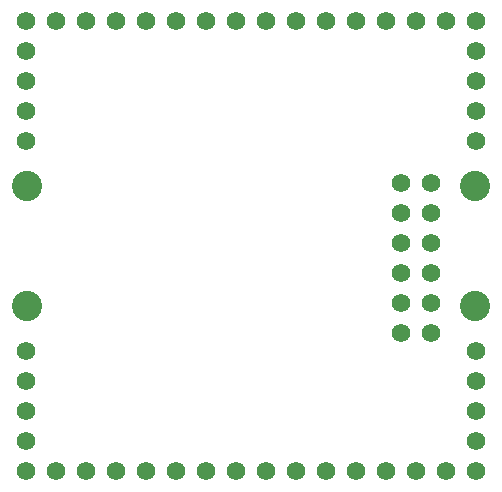
<source format=gbr>
%TF.GenerationSoftware,KiCad,Pcbnew,(6.0.5)*%
%TF.CreationDate,2022-06-03T11:37:49-04:00*%
%TF.ProjectId,pq-cdh,70712d63-6468-42e6-9b69-6361645f7063,V0.1.0*%
%TF.SameCoordinates,Original*%
%TF.FileFunction,Soldermask,Bot*%
%TF.FilePolarity,Negative*%
%FSLAX46Y46*%
G04 Gerber Fmt 4.6, Leading zero omitted, Abs format (unit mm)*
G04 Created by KiCad (PCBNEW (6.0.5)) date 2022-06-03 11:37:49*
%MOMM*%
%LPD*%
G01*
G04 APERTURE LIST*
%ADD10C,1.565400*%
%ADD11C,2.565400*%
G04 APERTURE END LIST*
D10*
%TO.C,J1*%
X135950000Y-116890000D03*
X135950000Y-119430000D03*
X135950000Y-121970000D03*
X135950000Y-124510000D03*
%TD*%
%TO.C,J5*%
X135950000Y-88950000D03*
X138490000Y-88950000D03*
X141030000Y-88950000D03*
X143570000Y-88950000D03*
X146110000Y-88950000D03*
X148650000Y-88950000D03*
X151190000Y-88950000D03*
X153730000Y-88950000D03*
X156270000Y-88950000D03*
X158810000Y-88950000D03*
X161350000Y-88950000D03*
X163890000Y-88950000D03*
X166430000Y-88950000D03*
X168970000Y-88950000D03*
X171510000Y-88950000D03*
X174050000Y-88950000D03*
%TD*%
D11*
%TO.C,J6*%
X173990000Y-113070000D03*
X136070000Y-113070000D03*
X173990000Y-102910000D03*
X136070000Y-102910000D03*
%TD*%
D10*
%TO.C,J7*%
X170270000Y-115350000D03*
X167730000Y-115350000D03*
X170270000Y-112810000D03*
X167730000Y-112810000D03*
X170270000Y-110270000D03*
X167730000Y-110270000D03*
X170270000Y-107730000D03*
X167730000Y-107730000D03*
X170270000Y-105190000D03*
X167730000Y-105190000D03*
X170270000Y-102650000D03*
X167730000Y-102650000D03*
%TD*%
%TO.C,J8*%
X174050000Y-116890000D03*
X174050000Y-119430000D03*
X174050000Y-121970000D03*
X174050000Y-124510000D03*
%TD*%
%TO.C,J4*%
X135950000Y-91490000D03*
X135950000Y-94030000D03*
X135950000Y-96570000D03*
X135950000Y-99110000D03*
%TD*%
%TO.C,J2*%
X135950000Y-127050000D03*
X138490000Y-127050000D03*
X141030000Y-127050000D03*
X143570000Y-127050000D03*
X146110000Y-127050000D03*
X148650000Y-127050000D03*
X151190000Y-127050000D03*
X153730000Y-127050000D03*
X156270000Y-127050000D03*
X158810000Y-127050000D03*
X161350000Y-127050000D03*
X163890000Y-127050000D03*
X166430000Y-127050000D03*
X168970000Y-127050000D03*
X171510000Y-127050000D03*
X174050000Y-127050000D03*
%TD*%
%TO.C,J3*%
X174050000Y-99110000D03*
X174050000Y-96570000D03*
X174050000Y-94030000D03*
X174050000Y-91490000D03*
%TD*%
M02*

</source>
